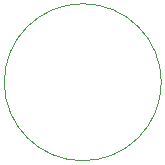
<source format=gbr>
%TF.GenerationSoftware,KiCad,Pcbnew,7.0.9*%
%TF.CreationDate,2024-02-01T17:21:03-03:00*%
%TF.ProjectId,HB720-Cart_dos2,48423732-302d-4436-9172-745f646f7332,1*%
%TF.SameCoordinates,Original*%
%TF.FileFunction,Other,User*%
%FSLAX46Y46*%
G04 Gerber Fmt 4.6, Leading zero omitted, Abs format (unit mm)*
G04 Created by KiCad (PCBNEW 7.0.9) date 2024-02-01 17:21:03*
%MOMM*%
%LPD*%
G01*
G04 APERTURE LIST*
%ADD10C,0.050000*%
G04 APERTURE END LIST*
D10*
%TO.C,HOLE4*%
X196686500Y-98621800D02*
G75*
G03*
X196686500Y-98621800I-6650000J0D01*
G01*
%TD*%
M02*

</source>
